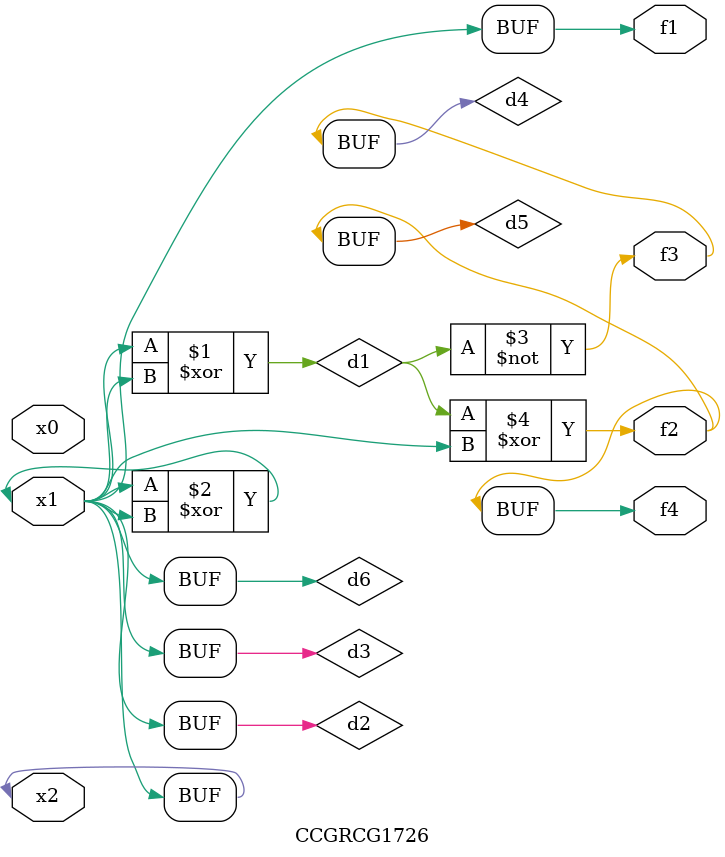
<source format=v>
module CCGRCG1726(
	input x0, x1, x2,
	output f1, f2, f3, f4
);

	wire d1, d2, d3, d4, d5, d6;

	xor (d1, x1, x2);
	buf (d2, x1, x2);
	xor (d3, x1, x2);
	nor (d4, d1);
	xor (d5, d1, d2);
	buf (d6, d2, d3);
	assign f1 = d6;
	assign f2 = d5;
	assign f3 = d4;
	assign f4 = d5;
endmodule

</source>
